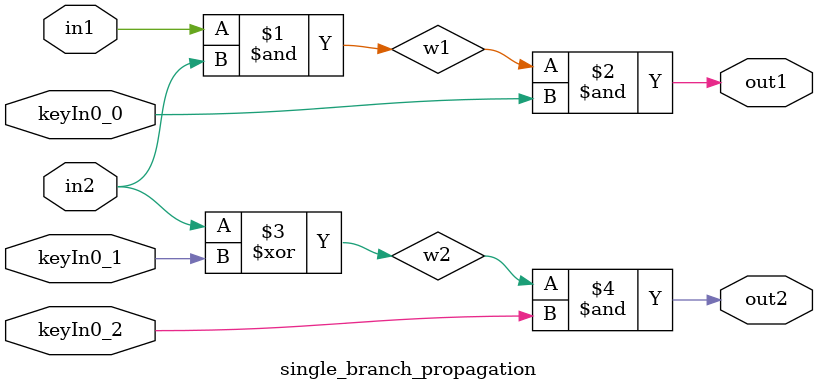
<source format=v>
module single_branch_propagation(in1, in2, out1, out2, keyIn0_0, keyIn0_1, keyIn0_2);

input in1, in2, keyIn0_0, keyIn0_1, keyIn0_2;
output out1, out2;
wire w1, w2;

and AND1 (w1, in1, in2);

and KeyGate1 (out1, w1, keyIn0_0);
xor KeyGate2 (w2, in2, keyIn0_1);
and KeyGate3 (out2, w2, keyIn0_2);

endmodule

</source>
